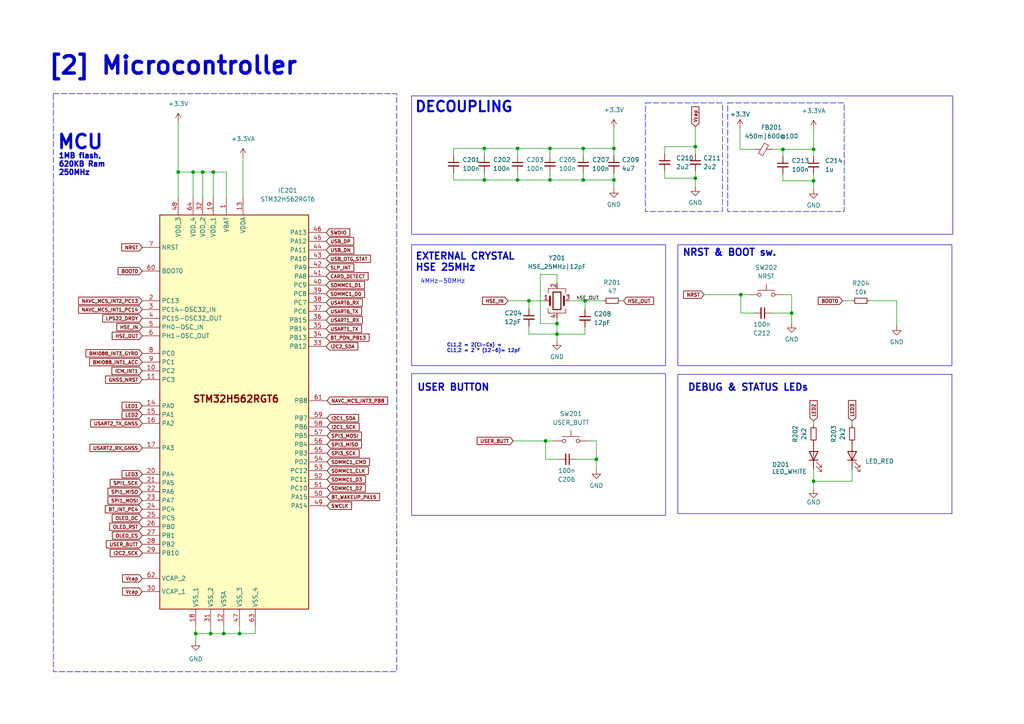
<source format=kicad_sch>
(kicad_sch (version 20230121) (generator eeschema)
  (paper "A4")
  (title_block (title "MAIN MCU"))
  (lib_symbols
    (symbol "Device:C_Small" (pin_numbers hide) (pin_names (offset 0.254) hide)
      (property "Reference" "C" (at 0.254 1.778 0))
      (property "Value" "C_Small" (at 0.254 -2.032 0))
      (symbol "C_Small_0_1"
        (polyline (pts (xy -1.524 -0.508) (xy 1.524 -0.508)) (stroke (width 0.3302)))
        (polyline (pts (xy -1.524 0.508) (xy 1.524 0.508)) (stroke (width 0.3048)))
      )
      (symbol "C_Small_1_1"
        (pin passive line (at 0 2.54 270) (length 2.032) (name "~") (number "1"))
        (pin passive line (at 0 -2.54 90) (length 2.032) (name "~") (number "2"))
      )
    )
    (symbol "Device:Crystal_GND24" (pin_names (offset 1.016) hide)
      (property "Reference" "Y" (at 3.175 5.08 0))
      (property "Value" "Crystal_GND24" (at 3.175 3.175 0))
      (symbol "Crystal_GND24_0_1"
        (rectangle (start -1.143 2.54) (end 1.143 -2.54) (stroke (width 0.3048)))
        (polyline (pts (xy -2.54 0) (xy -2.032 0)))
        (polyline (pts (xy -2.032 -1.27) (xy -2.032 1.27)) (stroke (width 0.508)))
        (polyline (pts (xy 0 -3.81) (xy 0 -3.556)))
        (polyline (pts (xy 0 3.556) (xy 0 3.81)))
        (polyline (pts (xy 2.032 -1.27) (xy 2.032 1.27)) (stroke (width 0.508)))
        (polyline (pts (xy 2.032 0) (xy 2.54 0)))
        (polyline (pts (xy -2.54 -2.286) (xy -2.54 -3.556) (xy 2.54 -3.556) (xy 2.54 -2.286)))
        (polyline (pts (xy -2.54 2.286) (xy -2.54 3.556) (xy 2.54 3.556) (xy 2.54 2.286)))
      )
      (symbol "Crystal_GND24_1_1"
        (pin passive line (at -3.81 0 0) (length 1.27) (name "1") (number "1"))
        (pin passive line (at 0 5.08 270) (length 1.27) (name "2") (number "2"))
        (pin passive line (at 3.81 0 180) (length 1.27) (name "3") (number "3"))
        (pin passive line (at 0 -5.08 90) (length 1.27) (name "4") (number "4"))
      )
    )
    (symbol "Device:FerriteBead_Small" (pin_numbers hide) (pin_names (offset 0))
      (property "Reference" "FB" (at 1.905 1.27 0))
      (property "Value" "FerriteBead_Small" (at 1.905 -1.27 0))
      (symbol "FerriteBead_Small_0_1"
        (polyline (pts (xy 0 -1.27) (xy 0 -0.7874)))
        (polyline (pts (xy 0 0.889) (xy 0 1.2954)))
        (polyline (pts (xy -1.8288 0.2794) (xy -1.1176 1.4986) (xy 1.8288 -0.2032) (xy 1.1176 -1.4224) (xy -1.8288 0.2794)))
      )
      (symbol "FerriteBead_Small_1_1"
        (pin passive line (at 0 2.54 270) (length 1.27) (name "~") (number "1"))
        (pin passive line (at 0 -2.54 90) (length 1.27) (name "~") (number "2"))
      )
    )
    (symbol "Device:LED" (pin_numbers hide) (pin_names (offset 1.016) hide)
      (property "Reference" "D" (at 0 2.54 0))
      (property "Value" "LED" (at 0 -2.54 0))
      (symbol "LED_0_1"
        (polyline (pts (xy -1.27 -1.27) (xy -1.27 1.27)) (stroke (width 0.254)))
        (polyline (pts (xy -1.27 0) (xy 1.27 0)))
        (polyline (pts (xy 1.27 -1.27) (xy 1.27 1.27) (xy -1.27 0) (xy 1.27 -1.27)) (stroke (width 0.254)))
        (polyline (pts (xy -3.048 -0.762) (xy -4.572 -2.286) (xy -3.81 -2.286) (xy -4.572 -2.286) (xy -4.572 -1.524)))
        (polyline (pts (xy -1.778 -0.762) (xy -3.302 -2.286) (xy -2.54 -2.286) (xy -3.302 -2.286) (xy -3.302 -1.524)))
      )
      (symbol "LED_1_1"
        (pin passive line (at -3.81 0 0) (length 2.54) (name "K") (number "1"))
        (pin passive line (at 3.81 0 180) (length 2.54) (name "A") (number "2"))
      )
    )
    (symbol "Device:R_Small" (pin_numbers hide) (pin_names (offset 0.254) hide)
      (property "Reference" "R" (at 0.762 0.508 0))
      (property "Value" "R_Small" (at 0.762 -1.016 0))
      (symbol "R_Small_0_1"
        (rectangle (start -0.762 1.778) (end 0.762 -1.778) (stroke (width 0.2032)))
      )
      (symbol "R_Small_1_1"
        (pin passive line (at 0 2.54 270) (length 0.762) (name "~") (number "1"))
        (pin passive line (at 0 -2.54 90) (length 0.762) (name "~") (number "2"))
      )
    )
    (symbol "SamacSys_Parts:STM32H562RGT6"
      (property "Reference" "IC2" (at 42.164 29.464 0))
      (property "Value" "STM32H562RGT6" (at 42.164 26.924 0))
      (symbol "STM32H562RGT6_1_1"
        (rectangle (start 5.08 22.352) (end 48.26 -91.948) (stroke (width 0.254)) (fill (type background)))
        (text "STM32H562RGT6" (at 27.178 -30.988 0) (effects (font (size 2 2) bold)))
        (pin passive line (at 24.384 27.432 270) (length 5.08) (name "VBAT") (number "1"))
        (pin passive line (at 0 -22.86 0) (length 5.08) (name "PC2") (number "10"))
        (pin passive line (at 0 -25.4 0) (length 5.08) (name "PC3") (number "11"))
        (pin passive line (at 23.622 -97.028 90) (length 5.08) (name "VSSA") (number "12"))
        (pin passive line (at 29.21 27.432 270) (length 5.08) (name "VDDA") (number "13"))
        (pin passive line (at 0 -33.02 0) (length 5.08) (name "PA0") (number "14"))
        (pin passive line (at 0 -35.56 0) (length 5.08) (name "PA1") (number "15"))
        (pin passive line (at 0 -38.1 0) (length 5.08) (name "PA2") (number "16"))
        (pin passive line (at 0 -45.212 0) (length 5.08) (name "PA3") (number "17"))
        (pin passive line (at 15.494 -97.028 90) (length 5.08) (name "VSS_1") (number "18"))
        (pin passive line (at 20.574 27.432 270) (length 5.08) (name "VDD_1") (number "19"))
        (pin passive line (at 0 -2.54 0) (length 5.08) (name "PC13") (number "2"))
        (pin passive line (at 0 -52.832 0) (length 5.08) (name "PA4") (number "20"))
        (pin passive line (at 0 -55.372 0) (length 5.08) (name "PA5") (number "21"))
        (pin passive line (at 0 -57.912 0) (length 5.08) (name "PA6") (number "22"))
        (pin passive line (at 0 -60.452 0) (length 5.08) (name "PA7") (number "23"))
        (pin passive line (at 0 -62.992 0) (length 5.08) (name "PC4") (number "24"))
        (pin passive line (at 0 -65.532 0) (length 5.08) (name "PC5") (number "25"))
        (pin passive line (at 0 -68.072 0) (length 5.08) (name "PB0") (number "26"))
        (pin passive line (at 0 -70.612 0) (length 5.08) (name "PB1") (number "27"))
        (pin passive line (at 0 -73.152 0) (length 5.08) (name "PB2") (number "28"))
        (pin passive line (at 0 -75.692 0) (length 5.08) (name "PB10") (number "29"))
        (pin passive line (at 0 -5.08 0) (length 5.08) (name "PC14-OSC32_IN") (number "3"))
        (pin passive line (at 0 -86.868 0) (length 5.08) (name "VCAP_1") (number "30"))
        (pin passive line (at 19.812 -97.028 90) (length 5.08) (name "VSS_2") (number "31"))
        (pin passive line (at 17.526 27.432 270) (length 5.08) (name "VDD_2") (number "32"))
        (pin passive line (at 53.34 -15.748 180) (length 5.08) (name "PB12") (number "33"))
        (pin passive line (at 53.34 -13.208 180) (length 5.08) (name "PB13") (number "34"))
        (pin passive line (at 53.34 -10.668 180) (length 5.08) (name "PB14") (number "35"))
        (pin passive line (at 53.34 -8.128 180) (length 5.08) (name "PB15") (number "36"))
        (pin passive line (at 53.34 -5.588 180) (length 5.08) (name "PC6") (number "37"))
        (pin passive line (at 53.34 -3.048 180) (length 5.08) (name "PC7") (number "38"))
        (pin passive line (at 53.34 -0.508 180) (length 5.08) (name "PC8") (number "39"))
        (pin passive line (at 0 -7.62 0) (length 5.08) (name "PC15-OSC32_OUT") (number "4"))
        (pin passive line (at 53.34 2.032 180) (length 5.08) (name "PC9") (number "40"))
        (pin passive line (at 53.34 4.572 180) (length 5.08) (name "PA8") (number "41"))
        (pin passive line (at 53.34 7.112 180) (length 5.08) (name "PA9") (number "42"))
        (pin passive line (at 53.34 9.652 180) (length 5.08) (name "PA10") (number "43"))
        (pin passive line (at 53.34 12.192 180) (length 5.08) (name "PA11") (number "44"))
        (pin passive line (at 53.34 14.732 180) (length 5.08) (name "PA12") (number "45"))
        (pin passive line (at 53.34 17.272 180) (length 5.08) (name "PA13") (number "46"))
        (pin passive line (at 28.194 -97.028 90) (length 5.08) (name "VSS_3") (number "47"))
        (pin passive line (at 10.414 27.432 270) (length 5.08) (name "VDD_3") (number "48"))
        (pin passive line (at 53.594 -61.976 180) (length 5.08) (name "PA14") (number "49"))
        (pin passive line (at 0 -10.16 0) (length 5.08) (name "PH0-OSC_IN") (number "5"))
        (pin passive line (at 53.594 -59.436 180) (length 5.08) (name "PA15") (number "50"))
        (pin passive line (at 53.594 -56.896 180) (length 5.08) (name "PC10") (number "51"))
        (pin passive line (at 53.594 -54.356 180) (length 5.08) (name "PC11") (number "52"))
        (pin passive line (at 53.594 -51.816 180) (length 5.08) (name "PC12") (number "53"))
        (pin passive line (at 53.594 -49.276 180) (length 5.08) (name "PD2") (number "54"))
        (pin passive line (at 53.594 -46.736 180) (length 5.08) (name "PB3") (number "55"))
        (pin passive line (at 53.594 -44.196 180) (length 5.08) (name "PB4") (number "56"))
        (pin passive line (at 53.594 -41.656 180) (length 5.08) (name "PB5") (number "57"))
        (pin passive line (at 53.594 -39.116 180) (length 5.08) (name "PB6") (number "58"))
        (pin passive line (at 53.594 -36.576 180) (length 5.08) (name "PB7") (number "59"))
        (pin passive line (at 0 -12.7 0) (length 5.08) (name "PH1-OSC_OUT") (number "6"))
        (pin passive line (at 0 6.096 0) (length 5.08) (name "BOOT0") (number "60"))
        (pin passive line (at 53.594 -31.496 180) (length 5.08) (name "PB8") (number "61"))
        (pin passive line (at 0 -83.058 0) (length 5.08) (name "VCAP_2") (number "62"))
        (pin passive line (at 32.766 -97.028 90) (length 5.08) (name "VSS_4") (number "63"))
        (pin passive line (at 14.732 27.432 270) (length 5.08) (name "VDD_4") (number "64"))
        (pin passive line (at 0 12.954 0) (length 5.08) (name "NRST") (number "7"))
        (pin passive line (at 0 -17.78 0) (length 5.08) (name "PC0") (number "8"))
        (pin passive line (at 0 -20.32 0) (length 5.08) (name "PC1") (number "9"))
      )
    )
    (symbol "Switch:SW_MEC_5G" (pin_numbers hide) (pin_names (offset 1.016) hide)
      (property "Reference" "SW" (at 1.27 2.54 0))
      (property "Value" "SW_MEC_5G" (at 0 -1.524 0))
      (symbol "SW_MEC_5G_0_1"
        (circle (center -2.032 0) (radius 0.508))
        (polyline (pts (xy 0 1.27) (xy 0 3.048)))
        (polyline (pts (xy 2.54 1.27) (xy -2.54 1.27)))
        (circle (center 2.032 0) (radius 0.508))
        (pin passive line (at -5.08 0 0) (length 2.54) (name "A") (number "1"))
        (pin passive line (at 5.08 0 180) (length 2.54) (name "B") (number "3"))
      )
      (symbol "SW_MEC_5G_1_1"
        (pin passive line (at -5.08 0 0) (length 2.54) hide (name "A") (number "2"))
        (pin passive line (at 5.08 0 180) (length 2.54) hide (name "B") (number "4"))
      )
    )
    (symbol "power:+3.3V" (power) (pin_names (offset 0))
      (property "Value" "+3.3V" (at 0 3.556 0))
      (symbol "+3.3V_0_1"
        (polyline (pts (xy -0.762 1.27) (xy 0 2.54)))
        (polyline (pts (xy 0 0) (xy 0 2.54)))
        (polyline (pts (xy 0 2.54) (xy 0.762 1.27)))
      )
      (symbol "+3.3V_1_1"
        (pin power_in line (at 0 0 90) (length 0) hide (name "+3.3V") (number "1"))
      )
    )
    (symbol "power:+3.3VA" (power) (pin_names (offset 0))
      (property "Value" "+3.3VA" (at 0 3.556 0))
      (symbol "+3.3VA_0_1"
        (polyline (pts (xy -0.762 1.27) (xy 0 2.54)))
        (polyline (pts (xy 0 0) (xy 0 2.54)))
        (polyline (pts (xy 0 2.54) (xy 0.762 1.27)))
      )
      (symbol "+3.3VA_1_1"
        (pin power_in line (at 0 0 90) (length 0) hide (name "+3.3VA") (number "1"))
      )
    )
    (symbol "power:GND" (power) (pin_names (offset 0))
      (property "Value" "GND" (at 0 -3.81 0))
      (symbol "GND_0_1"
        (polyline (pts (xy 0 0) (xy 0 -1.27) (xy 1.27 -1.27) (xy 0 -2.54) (xy -1.27 -1.27) (xy 0 -1.27)))
      )
      (symbol "GND_1_1"
        (pin power_in line (at 0 0 270) (length 0) hide (name "GND") (number "1"))
      )
    )
  )
  (junction (at 161.544 93.853))
  (junction (at 178.054 52.197))
  (junction (at 61.087 183.769))
  (junction (at 61.849 49.911))
  (junction (at 235.966 52.451))
  (junction (at 159.512 43.053))
  (junction (at 150.114 43.053))
  (junction (at 201.676 51.689))
  (junction (at 235.966 43.307))
  (junction (at 169.164 52.197))
  (junction (at 235.966 139.573))
  (junction (at 140.462 52.197))
  (junction (at 56.769 183.769))
  (junction (at 172.974 133.223))
  (junction (at 201.676 42.545))
  (junction (at 214.884 85.471))
  (junction (at 169.164 43.053))
  (junction (at 178.054 43.053))
  (junction (at 69.469 183.769))
  (junction (at 150.114 52.197))
  (junction (at 158.242 127.889))
  (junction (at 58.801 49.911))
  (junction (at 229.616 90.805))
  (junction (at 51.689 49.911))
  (junction (at 159.512 52.197))
  (junction (at 140.462 43.053))
  (junction (at 161.544 96.901))
  (junction (at 227.076 43.307))
  (junction (at 153.416 87.249))
  (junction (at 64.897 183.769))
  (junction (at 169.672 87.249))
  (junction (at 56.007 49.911))
  (wire (pts (xy 158.242 133.223) (xy 158.242 127.889)))
  (wire (pts (xy 247.142 139.573) (xy 235.966 139.573)))
  (wire (pts (xy 201.676 51.689) (xy 201.676 54.229)))
  (wire (pts (xy 201.676 42.545) (xy 201.676 44.577)))
  (wire (pts (xy 192.786 42.545) (xy 192.786 44.577)))
  (wire (pts (xy 69.469 181.737) (xy 69.469 183.769)))
  (wire (pts (xy 252.222 87.249) (xy 260.096 87.249)))
  (wire (pts (xy 161.544 93.853) (xy 161.544 96.901)))
  (wire (pts (xy 172.974 133.223) (xy 172.974 136.271)))
  (wire (pts (xy 159.512 43.053) (xy 159.512 45.085)))
  (wire (pts (xy 192.786 49.657) (xy 192.786 51.689)))
  (wire (pts (xy 235.966 37.465) (xy 235.966 43.307)))
  (wire (pts (xy 64.897 183.769) (xy 61.087 183.769)))
  (wire (pts (xy 235.966 139.573) (xy 235.966 141.859)))
  (wire (pts (xy 227.076 43.307) (xy 227.076 45.339)))
  (wire (pts (xy 227.076 52.451) (xy 235.966 52.451)))
  (wire (pts (xy 58.801 57.277) (xy 58.801 49.911)))
  (wire (pts (xy 170.688 127.889) (xy 172.974 127.889)))
  (wire (pts (xy 235.966 52.451) (xy 235.966 54.991)))
  (wire (pts (xy 214.63 37.211) (xy 214.63 43.307)))
  (wire (pts (xy 180.086 87.249) (xy 180.848 87.249)))
  (wire (pts (xy 58.801 49.911) (xy 56.007 49.911)))
  (wire (pts (xy 235.966 136.017) (xy 235.966 139.573)))
  (wire (pts (xy 169.164 43.053) (xy 169.164 45.085)))
  (wire (pts (xy 131.572 52.197) (xy 140.462 52.197)))
  (wire (pts (xy 165.354 87.249) (xy 169.672 87.249)))
  (wire (pts (xy 147.32 87.249) (xy 153.416 87.249)))
  (wire (pts (xy 178.054 52.197) (xy 178.054 50.165)))
  (wire (pts (xy 158.242 127.889) (xy 160.528 127.889)))
  (wire (pts (xy 156.718 79.629) (xy 156.718 93.853)))
  (wire (pts (xy 201.676 51.689) (xy 201.676 49.657)))
  (wire (pts (xy 131.572 50.165) (xy 131.572 52.197)))
  (wire (pts (xy 167.132 133.223) (xy 172.974 133.223)))
  (wire (pts (xy 201.676 36.703) (xy 201.676 42.545)))
  (wire (pts (xy 169.164 52.197) (xy 178.054 52.197)))
  (wire (pts (xy 161.544 92.329) (xy 161.544 93.853)))
  (wire (pts (xy 74.041 183.769) (xy 69.469 183.769)))
  (wire (pts (xy 214.884 90.805) (xy 214.884 85.471)))
  (wire (pts (xy 159.512 43.053) (xy 169.164 43.053)))
  (wire (pts (xy 51.689 49.911) (xy 56.007 49.911)))
  (wire (pts (xy 247.142 136.017) (xy 247.142 139.573)))
  (wire (pts (xy 140.462 50.165) (xy 140.462 52.197)))
  (wire (pts (xy 227.33 85.471) (xy 229.616 85.471)))
  (wire (pts (xy 192.786 51.689) (xy 201.676 51.689)))
  (wire (pts (xy 159.512 52.197) (xy 169.164 52.197)))
  (wire (pts (xy 65.659 57.277) (xy 65.659 49.911)))
  (wire (pts (xy 51.689 49.911) (xy 51.689 57.277)))
  (wire (pts (xy 153.416 87.249) (xy 153.416 89.535)))
  (wire (pts (xy 161.544 96.901) (xy 161.544 98.933)))
  (wire (pts (xy 61.087 181.737) (xy 61.087 183.769)))
  (wire (pts (xy 61.087 183.769) (xy 56.769 183.769)))
  (wire (pts (xy 162.052 133.223) (xy 158.242 133.223)))
  (wire (pts (xy 61.849 49.911) (xy 58.801 49.911)))
  (wire (pts (xy 159.512 50.165) (xy 159.512 52.197)))
  (wire (pts (xy 150.114 43.053) (xy 159.512 43.053)))
  (wire (pts (xy 150.114 52.197) (xy 159.512 52.197)))
  (wire (pts (xy 169.672 96.901) (xy 161.544 96.901)))
  (wire (pts (xy 140.462 52.197) (xy 150.114 52.197)))
  (wire (pts (xy 229.616 90.805) (xy 229.616 93.853)))
  (wire (pts (xy 218.694 90.805) (xy 214.884 90.805)))
  (wire (pts (xy 235.966 122.047) (xy 235.966 123.317)))
  (wire (pts (xy 178.054 43.053) (xy 178.054 45.085)))
  (wire (pts (xy 131.572 43.053) (xy 131.572 45.085)))
  (wire (pts (xy 74.041 181.737) (xy 74.041 183.769)))
  (wire (pts (xy 169.672 94.869) (xy 169.672 96.901)))
  (wire (pts (xy 140.462 43.053) (xy 150.114 43.053)))
  (wire (pts (xy 178.054 37.211) (xy 178.054 43.053)))
  (wire (pts (xy 150.114 50.165) (xy 150.114 52.197)))
  (wire (pts (xy 169.672 87.249) (xy 169.672 89.789)))
  (wire (pts (xy 235.966 43.307) (xy 235.966 45.339)))
  (wire (pts (xy 227.076 43.307) (xy 235.966 43.307)))
  (wire (pts (xy 64.897 181.737) (xy 64.897 183.769)))
  (wire (pts (xy 247.142 122.047) (xy 247.142 123.317)))
  (wire (pts (xy 260.096 87.249) (xy 260.096 94.615)))
  (wire (pts (xy 51.689 35.433) (xy 51.689 49.911)))
  (wire (pts (xy 227.076 50.419) (xy 227.076 52.451)))
  (wire (pts (xy 61.849 57.277) (xy 61.849 49.911)))
  (wire (pts (xy 153.416 96.901) (xy 161.544 96.901)))
  (wire (pts (xy 224.028 43.307) (xy 227.076 43.307)))
  (wire (pts (xy 214.884 85.471) (xy 217.17 85.471)))
  (wire (pts (xy 65.659 49.911) (xy 61.849 49.911)))
  (wire (pts (xy 153.416 87.249) (xy 157.734 87.249)))
  (wire (pts (xy 70.485 45.593) (xy 70.485 57.277)))
  (wire (pts (xy 56.769 181.737) (xy 56.769 183.769)))
  (wire (pts (xy 69.469 183.769) (xy 64.897 183.769)))
  (wire (pts (xy 214.63 43.307) (xy 218.948 43.307)))
  (wire (pts (xy 148.844 127.889) (xy 158.242 127.889)))
  (wire (pts (xy 172.974 127.889) (xy 172.974 133.223)))
  (wire (pts (xy 156.718 93.853) (xy 161.544 93.853)))
  (wire (pts (xy 153.416 94.615) (xy 153.416 96.901)))
  (wire (pts (xy 169.672 87.249) (xy 175.006 87.249)))
  (wire (pts (xy 161.544 79.629) (xy 156.718 79.629)))
  (wire (pts (xy 150.114 43.053) (xy 150.114 45.085)))
  (wire (pts (xy 229.616 85.471) (xy 229.616 90.805)))
  (wire (pts (xy 56.769 183.769) (xy 56.769 186.055)))
  (wire (pts (xy 161.544 82.169) (xy 161.544 79.629)))
  (wire (pts (xy 178.054 52.197) (xy 178.054 54.737)))
  (wire (pts (xy 140.462 43.053) (xy 140.462 45.085)))
  (wire (pts (xy 223.774 90.805) (xy 229.616 90.805)))
  (wire (pts (xy 131.572 43.053) (xy 140.462 43.053)))
  (wire (pts (xy 56.007 57.277) (xy 56.007 49.911)))
  (wire (pts (xy 192.786 42.545) (xy 201.676 42.545)))
  (wire (pts (xy 204.216 85.471) (xy 214.884 85.471)))
  (wire (pts (xy 235.966 52.451) (xy 235.966 50.419)))
  (wire (pts (xy 169.164 43.053) (xy 178.054 43.053)))
  (wire (pts (xy 169.164 50.165) (xy 169.164 52.197)))
  (wire (pts (xy 247.142 87.249) (xy 244.348 87.249)))
  (rectangle (start 196.596 70.993) (end 276.098 106.045))
  (rectangle (start 187.198 29.845) (end 209.55 61.341) (stroke (width 0) (type dash)))
  (rectangle (start 119.38 108.331) (end 193.04 149.479))
  (rectangle (start 15.494 27.178) (end 115.062 194.818) (stroke (width 0) (type dash)))
  (rectangle (start 211.074 29.845) (end 244.856 61.341) (stroke (width 0) (type dash)))
  (rectangle (start 196.596 108.585) (end 276.098 148.971))
  (rectangle (start 119.38 27.813) (end 276.352 67.945))
  (rectangle (start 119.38 70.993) (end 193.04 106.045))
  (text "CL1,2 = 2(Cl-Cs) = \nCL1,2 = 2 * (12-6)= 12pF \n\n" (at 129.54 104.013 0) (effects (font (size 1 1) (thickness 0.2) bold) (justify left bottom)))
  (text "EXTERNAL CRYSTAL \nHSE 25MHz " (at 120.396 78.867 0) (effects (font (size 2 2) bold) (justify left bottom)))
  (text "4MHz-50MHz\n" (at 121.92 82.423 0) (effects (font (size 1.27 1.27)) (justify left bottom)))
  (text "NRST & BOOT sw. " (at 197.866 74.549 0) (effects (font (size 2 2) bold) (justify left bottom)))
  (text "USER BUTTON\n" (at 120.904 113.665 0) (effects (font (size 2 2) bold) (justify left bottom)))
  (text "DECOUPLING" (at 120.142 32.893 0) (effects (font (size 3 3) (thickness 0.6) bold) (justify left bottom)))
  (text "1MB flash, \n620KB Ram \n250MHz " (at 16.891 51.054 0) (effects (font (size 1.5 1.5) (thickness 0.4) bold) (justify left bottom)))
  (text "DEBUG & STATUS LEDs\n" (at 199.39 113.665 0) (effects (font (size 2 2) bold) (justify left bottom)))
  (text "MCU\n" (at 16.383 43.688 0) (effects (font (size 4 4) bold) (justify left bottom)))
  (text "[2] Microcontroller" (at 13.716 22.098 0) (effects (font (size 5 5) bold) (justify left bottom)))
  (label "hSE_OUT" (at 167.132 87.249 0) (effects (font (size 1 1))))
  (global_label "LED3" (shape input) (at 247.142 122.047 90) (effects (font (size 1 1) (thickness 0.2) bold)) (property "Intersheetrefs" "${INTERSHEET_REFS}" (effects hide)))
  (global_label "LED2" (shape input) (at 41.275 120.269 180) (effects (font (size 1 1) (thickness 0.2) bold)) (property "Intersheetrefs" "${INTERSHEET_REFS}" (effects hide)))
  (global_label "LPS22_DRDY" (shape input) (at 41.275 92.329 180) (effects (font (size 1 1) (thickness 0.2) bold)) (property "Intersheetrefs" "${INTERSHEET_REFS}" (effects hide)))
  (global_label "NRST" (shape input) (at 41.275 71.755 180) (effects (font (size 1 1) (thickness 0.2) bold)) (property "Intersheetrefs" "${INTERSHEET_REFS}" (effects hide)))
  (global_label "I2C2_SCK" (shape input) (at 41.275 160.401 180) (effects (font (size 1 1) (thickness 0.2) bold)) (property "Intersheetrefs" "${INTERSHEET_REFS}" (effects hide)))
  (global_label "NAVC_MCS_INT2_PC13" (shape input) (at 41.275 87.249 180) (effects (font (size 1 1) (thickness 0.2) bold)) (property "Intersheetrefs" "${INTERSHEET_REFS}" (effects hide)))
  (global_label "USART2_TX_GNSS" (shape input) (at 41.275 122.809 180) (effects (font (size 1 1) (thickness 0.2) bold)) (property "Intersheetrefs" "${INTERSHEET_REFS}" (effects hide)))
  (global_label "HSE_OUT" (shape input) (at 180.848 87.249 0) (effects (font (size 1 1) (thickness 0.2) bold)) (property "Intersheetrefs" "${INTERSHEET_REFS}" (effects hide)))
  (global_label "Vcap" (shape input) (at 41.275 167.767 180) (effects (font (size 1 1) (thickness 0.2) bold)) (property "Intersheetrefs" "${INTERSHEET_REFS}" (effects hide)))
  (global_label "SPI3_SCK" (shape input) (at 94.869 131.445 0) (effects (font (size 1 1) (thickness 0.2) bold)) (property "Intersheetrefs" "${INTERSHEET_REFS}" (effects hide)))
  (global_label "SDMMC1_D0" (shape input) (at 94.615 85.217 0) (effects (font (size 1 1) (thickness 0.2) bold)) (property "Intersheetrefs" "${INTERSHEET_REFS}" (effects hide)))
  (global_label "OLED_RST" (shape input) (at 41.275 152.781 180) (effects (font (size 1 1) (thickness 0.2) bold)) (property "Intersheetrefs" "${INTERSHEET_REFS}" (effects hide)))
  (global_label "SPI1_MOSI" (shape input) (at 41.275 145.161 180) (effects (font (size 1 1) (thickness 0.2) bold)) (property "Intersheetrefs" "${INTERSHEET_REFS}" (effects hide)))
  (global_label "SDMMC1_CMD" (shape input) (at 94.869 133.985 0) (effects (font (size 1 1) (thickness 0.2) bold)) (property "Intersheetrefs" "${INTERSHEET_REFS}" (effects hide)))
  (global_label "Vcap" (shape input) (at 201.676 36.703 90) (effects (font (size 1 1) (thickness 0.2) bold)) (property "Intersheetrefs" "${INTERSHEET_REFS}" (effects hide)))
  (global_label "I2C2_SDA" (shape input) (at 94.615 100.457 0) (effects (font (size 1 1) (thickness 0.2) bold)) (property "Intersheetrefs" "${INTERSHEET_REFS}" (effects hide)))
  (global_label "NAVC_MCS_INT3_PB8" (shape input) (at 94.869 116.205 0) (effects (font (size 1 1) (thickness 0.2) bold)) (property "Intersheetrefs" "${INTERSHEET_REFS}" (effects hide)))
  (global_label "Vcap" (shape input) (at 41.275 171.577 180) (effects (font (size 1 1) (thickness 0.2) bold)) (property "Intersheetrefs" "${INTERSHEET_REFS}" (effects hide)))
  (global_label "USART1_TX" (shape input) (at 94.615 95.377 0) (effects (font (size 1 1) (thickness 0.2) bold)) (property "Intersheetrefs" "${INTERSHEET_REFS}" (effects hide)))
  (global_label "BMI088_INT3_GYRO" (shape input) (at 41.275 102.489 180) (effects (font (size 1 1) (thickness 0.2) bold)) (property "Intersheetrefs" "${INTERSHEET_REFS}" (effects hide)))
  (global_label "HSE_OUT" (shape input) (at 41.275 97.409 180) (effects (font (size 1 1) (thickness 0.2) bold)) (property "Intersheetrefs" "${INTERSHEET_REFS}" (effects hide)))
  (global_label "SPI3_MISO" (shape input) (at 94.869 128.905 0) (effects (font (size 1 1) (thickness 0.2) bold)) (property "Intersheetrefs" "${INTERSHEET_REFS}" (effects hide)))
  (global_label "USART1_RX" (shape input) (at 94.615 92.837 0) (effects (font (size 1 1) (thickness 0.2) bold)) (property "Intersheetrefs" "${INTERSHEET_REFS}" (effects hide)))
  (global_label "USB_OTG_STAT" (shape input) (at 94.615 75.057 0) (effects (font (size 1 1) (thickness 0.2) bold)) (property "Intersheetrefs" "${INTERSHEET_REFS}" (effects hide)))
  (global_label "BT_WAKEUP_PA15" (shape input) (at 94.869 144.145 0) (effects (font (size 1 1) (thickness 0.2) bold)) (property "Intersheetrefs" "${INTERSHEET_REFS}" (effects hide)))
  (global_label "SDMMC1_D3" (shape input) (at 94.869 139.065 0) (effects (font (size 1 1) (thickness 0.2) bold)) (property "Intersheetrefs" "${INTERSHEET_REFS}" (effects hide)))
  (global_label "LED2" (shape input) (at 235.966 122.047 90) (effects (font (size 1 1) (thickness 0.2) bold)) (property "Intersheetrefs" "${INTERSHEET_REFS}" (effects hide)))
  (global_label "USB_DP" (shape input) (at 94.615 69.977 0) (effects (font (size 1 1) (thickness 0.2) bold)) (property "Intersheetrefs" "${INTERSHEET_REFS}" (effects hide)))
  (global_label "USER_BUTT" (shape input) (at 148.844 127.889 180) (effects (font (size 1 1) (thickness 0.2) bold)) (property "Intersheetrefs" "${INTERSHEET_REFS}" (effects hide)))
  (global_label "USER_BUTT" (shape input) (at 41.275 157.861 180) (effects (font (size 1 1) (thickness 0.2) bold)) (property "Intersheetrefs" "${INTERSHEET_REFS}" (effects hide)))
  (global_label "LED3" (shape input) (at 41.275 137.541 180) (effects (font (size 1 1) (thickness 0.2) bold)) (property "Intersheetrefs" "${INTERSHEET_REFS}" (effects hide)))
  (global_label "SLP_INT" (shape input) (at 94.615 77.597 0) (effects (font (size 1 1) (thickness 0.2) bold)) (property "Intersheetrefs" "${INTERSHEET_REFS}" (effects hide)))
  (global_label "SDMMC1_D1" (shape input) (at 94.615 82.677 0) (effects (font (size 1 1) (thickness 0.2) bold)) (property "Intersheetrefs" "${INTERSHEET_REFS}" (effects hide)))
  (global_label "BMI088_INT1_ACC" (shape input) (at 41.275 105.029 180) (effects (font (size 1 1) (thickness 0.2) bold)) (property "Intersheetrefs" "${INTERSHEET_REFS}" (effects hide)))
  (global_label "SPI3_MOSI" (shape input) (at 94.869 126.365 0) (effects (font (size 1 1) (thickness 0.2) bold)) (property "Intersheetrefs" "${INTERSHEET_REFS}" (effects hide)))
  (global_label "I2C1_SCK" (shape input) (at 94.869 123.825 0) (effects (font (size 1 1) (thickness 0.2) bold)) (property "Intersheetrefs" "${INTERSHEET_REFS}" (effects hide)))
  (global_label "USART6_RX" (shape input) (at 94.615 87.757 0) (effects (font (size 1 1) (thickness 0.2) bold)) (property "Intersheetrefs" "${INTERSHEET_REFS}" (effects hide)))
  (global_label "BT_INT_PC4" (shape input) (at 41.275 147.701 180) (effects (font (size 1 1) (thickness 0.2) bold)) (property "Intersheetrefs" "${INTERSHEET_REFS}" (effects hide)))
  (global_label "I2C1_SDA" (shape input) (at 94.869 121.285 0) (effects (font (size 1 1) (thickness 0.2) bold)) (property "Intersheetrefs" "${INTERSHEET_REFS}" (effects hide)))
  (global_label "BOOT0" (shape input) (at 244.348 87.249 180) (effects (font (size 1 1) (thickness 0.2) bold)) (property "Intersheetrefs" "${INTERSHEET_REFS}" (effects hide)))
  (global_label "OLED_DC" (shape input) (at 41.275 150.241 180) (effects (font (size 1 1) (thickness 0.2) bold)) (property "Intersheetrefs" "${INTERSHEET_REFS}" (effects hide)))
  (global_label "SWDIO" (shape input) (at 94.615 67.437 0) (effects (font (size 1 1) (thickness 0.2) bold)) (property "Intersheetrefs" "${INTERSHEET_REFS}" (effects hide)))
  (global_label "CARD_DETECT" (shape input) (at 94.615 80.137 0) (effects (font (size 1 1) (thickness 0.2) bold)) (property "Intersheetrefs" "${INTERSHEET_REFS}" (effects hide)))
  (global_label "SPI1_SCK" (shape input) (at 41.275 140.081 180) (effects (font (size 1 1) (thickness 0.2) bold)) (property "Intersheetrefs" "${INTERSHEET_REFS}" (effects hide)))
  (global_label "USB_DN" (shape input) (at 94.615 72.517 0) (effects (font (size 1 1) (thickness 0.2) bold)) (property "Intersheetrefs" "${INTERSHEET_REFS}" (effects hide)))
  (global_label "OLED_CS" (shape input) (at 41.275 155.321 180) (effects (font (size 1 1) (thickness 0.2) bold)) (property "Intersheetrefs" "${INTERSHEET_REFS}" (effects hide)))
  (global_label "SDMMC1_CLK" (shape input) (at 94.869 136.525 0) (effects (font (size 1 1) (thickness 0.2) bold)) (property "Intersheetrefs" "${INTERSHEET_REFS}" (effects hide)))
  (global_label "SWCLK" (shape input) (at 94.869 146.685 0) (effects (font (size 1 1) (thickness 0.2) bold)) (property "Intersheetrefs" "${INTERSHEET_REFS}" (effects hide)))
  (global_label "HSE_IN" (shape input) (at 41.275 94.869 180) (effects (font (size 1 1) (thickness 0.2) bold)) (property "Intersheetrefs" "${INTERSHEET_REFS}" (effects hide)))
  (global_label "NAVC_MCS_INT1_PC14" (shape input) (at 41.275 89.789 180) (effects (font (size 1 1) (thickness 0.2) bold)) (property "Intersheetrefs" "${INTERSHEET_REFS}" (effects hide)))
  (global_label "BOOT0" (shape input) (at 41.275 78.613 180) (effects (font (size 1 1) (thickness 0.2) bold)) (property "Intersheetrefs" "${INTERSHEET_REFS}" (effects hide)))
  (global_label "USART2_RX_GNSS" (shape input) (at 41.275 129.921 180) (effects (font (size 1 1) (thickness 0.2) bold)) (property "Intersheetrefs" "${INTERSHEET_REFS}" (effects hide)))
  (global_label "USART6_TX" (shape input) (at 94.615 90.297 0) (effects (font (size 1 1) (thickness 0.2) bold)) (property "Intersheetrefs" "${INTERSHEET_REFS}" (effects hide)))
  (global_label "NRST" (shape input) (at 204.216 85.471 180) (effects (font (size 1 1) (thickness 0.2) bold)) (property "Intersheetrefs" "${INTERSHEET_REFS}" (effects hide)))
  (global_label "LED1" (shape input) (at 41.275 117.729 180) (effects (font (size 1 1) (thickness 0.2) bold)) (property "Intersheetrefs" "${INTERSHEET_REFS}" (effects hide)))
  (global_label "SDMMC1_D2" (shape input) (at 94.869 141.605 0) (effects (font (size 1 1) (thickness 0.2) bold)) (property "Intersheetrefs" "${INTERSHEET_REFS}" (effects hide)))
  (global_label "SPI1_MISO" (shape input) (at 41.275 142.621 180) (effects (font (size 1 1) (thickness 0.2) bold)) (property "Intersheetrefs" "${INTERSHEET_REFS}" (effects hide)))
  (global_label "ICM_INT1" (shape input) (at 41.275 107.569 180) (effects (font (size 1 1) (thickness 0.2) bold)) (property "Intersheetrefs" "${INTERSHEET_REFS}" (effects hide)))
  (global_label "GNSS_NRST" (shape input) (at 41.275 110.109 180) (effects (font (size 1 1) (thickness 0.2) bold)) (property "Intersheetrefs" "${INTERSHEET_REFS}" (effects hide)))
  (global_label "HSE_IN" (shape input) (at 147.32 87.249 180) (effects (font (size 1 1) (thickness 0.2) bold)) (property "Intersheetrefs" "${INTERSHEET_REFS}" (effects hide)))
  (global_label "BT_PDN_PB13" (shape input) (at 94.615 97.917 0) (effects (font (size 1 1) (thickness 0.2) bold)) (property "Intersheetrefs" "${INTERSHEET_REFS}" (effects hide)))
  (symbol (lib_id "Device:R_Small") (at 247.142 125.857 180) (unit 1)
    (property "Reference" "R203" (at 241.808 125.857 90))
    (property "Value" "2k2" (at 244.348 125.857 90))
    (property "Footprint" "Resistor_SMD:R_0603_1608Metric" (effects hide))
    (property "LCSC PART #" "C4190" (effects hide))
    (property "JLCPCB Part #" "C4190" (effects hide))
  )
  (symbol (lib_id "Device:LED") (at 247.142 132.207 90) (unit 1)
    (property "Reference" "D202" (effects hide))
    (property "Value" "LED_RED" (at 250.952 133.7945 90) (effects (justify right)))
    (property "Footprint" "Diode_SMD:D_0603_1608Metric" (effects hide))
    (property "LCSC PART #" "C2286" (effects hide))
    (property "JLCPCB Part #" "C2286" (effects hide))
  )
  (symbol (lib_id "power:GND") (at 260.096 94.615 0) (unit 1)
    (property "Reference" "#PWR0214" (effects hide))
    (property "Value" "GND" (at 260.096 99.187 0))
  )
  (symbol (lib_id "Switch:SW_MEC_5G") (at 222.25 85.471 0) (unit 1)
    (property "Reference" "SW202" (at 222.25 77.597 0))
    (property "Value" "NRST" (at 222.25 80.137 0))
    (property "Footprint" "Button_Switch_SMD:SW_Push_1P1T_NO_6x6mm_H9.5mm" (effects hide))
    (property "Datasheet" "http://www.apem.com/int/index.php?controller=attachment&id_attachment=488" (effects hide))
  )
  (symbol (lib_id "Device:C_Small") (at 235.966 47.879 0) (unit 1)
    (property "Reference" "C214" (at 239.268 46.6153 0) (effects (justify left)))
    (property "Value" "1u" (at 239.268 49.1553 0) (effects (justify left)))
    (property "Footprint" "Capacitor_SMD:C_0402_1005Metric" (effects hide))
    (property "LCSC PART #" "C23630" (effects hide))
    (property "JLCPCB Part #" "C52923" (effects hide))
  )
  (symbol (lib_id "Device:C_Small") (at 131.572 47.625 0) (unit 1)
    (property "Reference" "C201" (at 134.112 46.3613 0) (effects (justify left)))
    (property "Value" "100n" (at 134.112 48.9013 0) (effects (justify left)))
    (property "Footprint" "Capacitor_SMD:C_0402_1005Metric" (effects hide))
    (property "LCSC PART #" "C307331" (effects hide))
    (property "JLCPCB Part #" "C307331" (effects hide))
  )
  (symbol (lib_id "power:GND") (at 235.966 54.991 0) (unit 1)
    (property "Reference" "#PWR0212" (effects hide))
    (property "Value" "GND" (at 235.966 59.563 0))
  )
  (symbol (lib_id "power:GND") (at 172.974 136.271 0) (unit 1)
    (property "Reference" "#PWR0205" (effects hide))
    (property "Value" "GND" (at 172.974 140.843 0))
  )
  (symbol (lib_id "Device:C_Small") (at 169.672 92.329 0) (unit 1)
    (property "Reference" "C208" (at 172.212 91.0653 0) (effects (justify left)))
    (property "Value" "12pF" (at 172.212 93.6053 0) (effects (justify left)))
    (property "Footprint" "Capacitor_SMD:C_0402_1005Metric" (effects hide))
    (property "LCSC PART #" "C1547" (effects hide))
    (property "JLCPCB Part #" "C1547" (effects hide))
  )
  (symbol (lib_id "power:GND") (at 56.769 186.055 0) (unit 1)
    (property "Reference" "#PWR0202" (effects hide))
    (property "Value" "GND" (at 56.769 191.135 0))
  )
  (symbol (lib_id "power:GND") (at 178.054 54.737 0) (unit 1)
    (property "Reference" "#PWR0207" (effects hide))
    (property "Value" "GND" (at 178.054 59.309 0))
  )
  (symbol (lib_id "power:+3.3VA") (at 70.485 45.593 0) (unit 1)
    (property "Reference" "#PWR0203" (effects hide))
    (property "Value" "+3.3VA" (at 70.485 40.259 0))
  )
  (symbol (lib_id "power:+3.3V") (at 51.689 35.433 0) (unit 1)
    (property "Reference" "#PWR0201" (effects hide))
    (property "Value" "+3.3V" (at 51.689 30.099 0))
  )
  (symbol (lib_id "power:+3.3V") (at 214.63 37.211 0) (unit 1)
    (property "Reference" "#PWR0209" (effects hide))
    (property "Value" "+3.3V" (at 214.63 33.147 0))
  )
  (symbol (lib_id "Device:LED") (at 235.966 132.207 90) (unit 1)
    (property "Reference" "D201" (at 223.901 134.747 90) (effects (justify right)))
    (property "Value" "LED_WHITE" (at 223.901 136.779 90) (effects (justify right)))
    (property "Footprint" "Diode_SMD:D_0603_1608Metric" (effects hide))
    (property "LCSC PART #" "C2290" (effects hide))
    (property "JLCPCB Part #" "C2290" (effects hide))
  )
  (symbol (lib_id "Device:C_Small") (at 159.512 47.625 0) (unit 1)
    (property "Reference" "C205" (at 162.052 46.3613 0) (effects (justify left)))
    (property "Value" "100n" (at 162.052 48.9013 0) (effects (justify left)))
    (property "Footprint" "Capacitor_SMD:C_0402_1005Metric" (effects hide))
    (property "LCSC PART #" "C307331" (effects hide))
    (property "JLCPCB Part #" "C307331" (effects hide))
  )
  (symbol (lib_id "Device:C_Small") (at 201.676 47.117 0) (unit 1)
    (property "Reference" "C211" (at 203.962 45.847 0) (effects (justify left)))
    (property "Value" "2u2" (at 203.962 48.387 0) (effects (justify left)))
    (property "Footprint" "Capacitor_SMD:C_0603_1608Metric" (effects hide))
    (property "LCSC PART #" "C23630" (effects hide))
    (property "JLCPCB Part #" "C23630" (effects hide))
  )
  (symbol (lib_id "Device:C_Small") (at 178.054 47.625 0) (unit 1)
    (property "Reference" "C209" (at 180.34 46.355 0) (effects (justify left)))
    (property "Value" "4u7" (at 180.34 48.895 0) (effects (justify left)))
    (property "Footprint" "Capacitor_SMD:C_0603_1608Metric" (effects hide))
    (property "LCSC PART #" "C19666" (effects hide))
    (property "JLCPCB Part #" "C19666" (effects hide))
  )
  (symbol (lib_id "Device:C_Small") (at 169.164 47.625 0) (unit 1)
    (property "Reference" "C207" (at 171.704 46.3613 0) (effects (justify left)))
    (property "Value" "100n" (at 171.704 48.9013 0) (effects (justify left)))
    (property "Footprint" "Capacitor_SMD:C_0402_1005Metric" (effects hide))
    (property "LCSC PART #" "C307331" (effects hide))
    (property "JLCPCB Part #" "C307331" (effects hide))
  )
  (symbol (lib_id "power:GND") (at 229.616 93.853 0) (unit 1)
    (property "Reference" "#PWR0210" (effects hide))
    (property "Value" "GND" (at 229.616 98.425 0))
  )
  (symbol (lib_id "power:GND") (at 201.676 54.229 0) (unit 1)
    (property "Reference" "#PWR0208" (effects hide))
    (property "Value" "GND" (at 201.676 58.801 0))
  )
  (symbol (lib_id "Device:FerriteBead_Small") (at 221.488 43.307 90) (unit 1)
    (property "Reference" "FB201" (at 223.774 36.957 90))
    (property "Value" "450m|600@100" (at 223.774 39.497 90))
    (property "Footprint" "Inductor_SMD:L_0603_1608Metric" (effects hide))
    (property "LCSC PART #" "C1002" (effects hide))
    (property "JLCPCB Part #" "C1002" (effects hide))
  )
  (symbol (lib_id "Device:Crystal_GND24") (at 161.544 87.249 0) (unit 1)
    (property "Reference" "Y201" (at 161.544 74.803 0))
    (property "Value" "HSE_25MHz|12pF" (at 161.544 77.343 0))
    (property "Footprint" "Crystal:Crystal_SMD_3225-4Pin_3.2x2.5mm" (effects hide))
    (property "LCSC PART #" "C9006" (effects hide))
    (property "JLCPCB Part #" "C9006" (effects hide))
  )
  (symbol (lib_id "Device:C_Small") (at 221.234 90.805 270) (mirror x) (unit 1)
    (property "Reference" "C212" (at 220.98 96.647 90))
    (property "Value" "100n" (at 220.98 94.107 90))
    (property "Footprint" "Capacitor_SMD:C_0402_1005Metric" (effects hide))
    (property "LCSC PART #" "C307331" (effects hide))
    (property "JLCPCB Part #" "C307331" (effects hide))
  )
  (symbol (lib_id "Switch:SW_MEC_5G") (at 165.608 127.889 0) (unit 1)
    (property "Reference" "SW201" (at 165.608 120.015 0))
    (property "Value" "USER_BUTT" (at 165.608 122.555 0))
    (property "Footprint" "Button_Switch_SMD:SW_Push_1P1T_NO_6x6mm_H9.5mm" (effects hide))
    (property "Datasheet" "http://www.apem.com/int/index.php?controller=attachment&id_attachment=488" (effects hide))
  )
  (symbol (lib_id "Device:C_Small") (at 227.076 47.879 0) (unit 1)
    (property "Reference" "C213" (at 229.616 46.6153 0) (effects (justify left)))
    (property "Value" "100n" (at 229.616 49.1553 0) (effects (justify left)))
    (property "Footprint" "Capacitor_SMD:C_0402_1005Metric" (effects hide))
    (property "LCSC PART #" "C307331" (effects hide))
    (property "JLCPCB Part #" "C307331" (effects hide))
  )
  (symbol (lib_id "Device:C_Small") (at 192.786 47.117 0) (unit 1)
    (property "Reference" "C210" (at 196.088 45.847 0) (effects (justify left)))
    (property "Value" "2u2" (at 196.088 48.387 0) (effects (justify left)))
    (property "Footprint" "Capacitor_SMD:C_0603_1608Metric" (effects hide))
    (property "LCSC PART #" "C23630" (effects hide))
    (property "JLCPCB Part #" "C23630" (effects hide))
  )
  (symbol (lib_id "Device:C_Small") (at 164.592 133.223 270) (mirror x) (unit 1)
    (property "Reference" "C206" (at 164.338 139.065 90))
    (property "Value" "100n" (at 164.338 136.525 90))
    (property "Footprint" "Capacitor_SMD:C_0402_1005Metric" (effects hide))
    (property "LCSC PART #" "C307331" (effects hide))
    (property "JLCPCB Part #" "C307331" (effects hide))
  )
  (symbol (lib_id "Device:R_Small") (at 177.546 87.249 90) (unit 1)
    (property "Reference" "R201" (at 177.546 81.915 90))
    (property "Value" "47" (at 177.546 84.455 90))
    (property "Footprint" "Resistor_SMD:R_0402_1005Metric" (effects hide))
    (property "LCSC PART #" "C25092" (effects hide))
    (property "JLCPCB Part #" "C25092" (effects hide))
  )
  (symbol (lib_id "Device:C_Small") (at 153.416 92.075 0) (unit 1)
    (property "Reference" "C204" (at 146.304 90.805 0) (effects (justify left)))
    (property "Value" "12pF" (at 146.304 93.345 0) (effects (justify left)))
    (property "Footprint" "Capacitor_SMD:C_0402_1005Metric" (effects hide))
    (property "LCSC PART #" "C1547" (effects hide))
    (property "JLCPCB Part #" "C1547" (effects hide))
  )
  (symbol (lib_id "Device:R_Small") (at 235.966 125.857 180) (unit 1)
    (property "Reference" "R202" (at 230.632 125.857 90))
    (property "Value" "2k2" (at 233.172 125.857 90))
    (property "Footprint" "Resistor_SMD:R_0603_1608Metric" (effects hide))
    (property "LCSC PART #" "C4190" (effects hide))
    (property "JLCPCB Part #" "C4190" (effects hide))
  )
  (symbol (lib_id "power:+3.3V") (at 178.054 37.211 0) (unit 1)
    (property "Reference" "#PWR0206" (effects hide))
    (property "Value" "+3.3V" (at 178.054 31.877 0))
  )
  (symbol (lib_id "power:+3.3VA") (at 235.966 37.465 0) (unit 1)
    (property "Reference" "#PWR0211" (effects hide))
    (property "Value" "+3.3VA" (at 235.966 32.131 0))
  )
  (symbol (lib_id "Device:R_Small") (at 249.682 87.249 90) (unit 1)
    (property "Reference" "R204" (at 249.682 82.169 90))
    (property "Value" "10k" (at 249.682 84.709 90))
    (property "Footprint" "Resistor_SMD:R_0402_1005Metric" (effects hide))
    (property "LCSC PART #" "C25744" (effects hide))
    (property "JLCPCB Part #" "C25744" (effects hide))
  )
  (symbol (lib_id "SamacSys_Parts:STM32H562RGT6") (at 41.275 84.709 0) (unit 1)
    (property "Reference" "IC201" (at 83.439 55.245 0))
    (property "Value" "STM32H562RGT6" (at 83.439 57.785 0))
    (property "Footprint" "SamacSys_Parts:QFP50P1200X1200X160-64N_newft" (effects hide))
    (property "Datasheet" "https://www.st.com/resource/en/datasheet/stm32h562rg.pdf" (effects hide))
    (property "Height" "1.6" (effects hide))
    (property "Manufacturer_Name" "STMicroelectronics" (effects hide))
    (property "Manufacturer_Part_Number" "STM32H562RGT6" (effects hide))
  )
  (symbol (lib_id "Device:C_Small") (at 150.114 47.625 0) (unit 1)
    (property "Reference" "C203" (at 152.654 46.3613 0) (effects (justify left)))
    (property "Value" "100n" (at 152.654 48.9013 0) (effects (justify left)))
    (property "Footprint" "Capacitor_SMD:C_0402_1005Metric" (effects hide))
    (property "LCSC PART #" "C307331" (effects hide))
    (property "JLCPCB Part #" "C307331" (effects hide))
  )
  (symbol (lib_id "Device:C_Small") (at 140.462 47.625 0) (unit 1)
    (property "Reference" "C202" (at 143.002 46.3613 0) (effects (justify left)))
    (property "Value" "100n" (at 143.002 48.9013 0) (effects (justify left)))
    (property "Footprint" "Capacitor_SMD:C_0402_1005Metric" (effects hide))
    (property "LCSC PART #" "C307331" (effects hide))
    (property "JLCPCB Part #" "C307331" (effects hide))
  )
  (symbol (lib_id "power:GND") (at 161.544 98.933 0) (unit 1)
    (property "Reference" "#PWR0204" (effects hide))
    (property "Value" "GND" (at 161.544 103.505 0))
  )
  (symbol (lib_id "power:GND") (at 235.966 141.859 0) (unit 1)
    (property "Reference" "#PWR0213" (effects hide))
    (property "Value" "GND" (at 235.966 145.669 0))
  )
)
</source>
